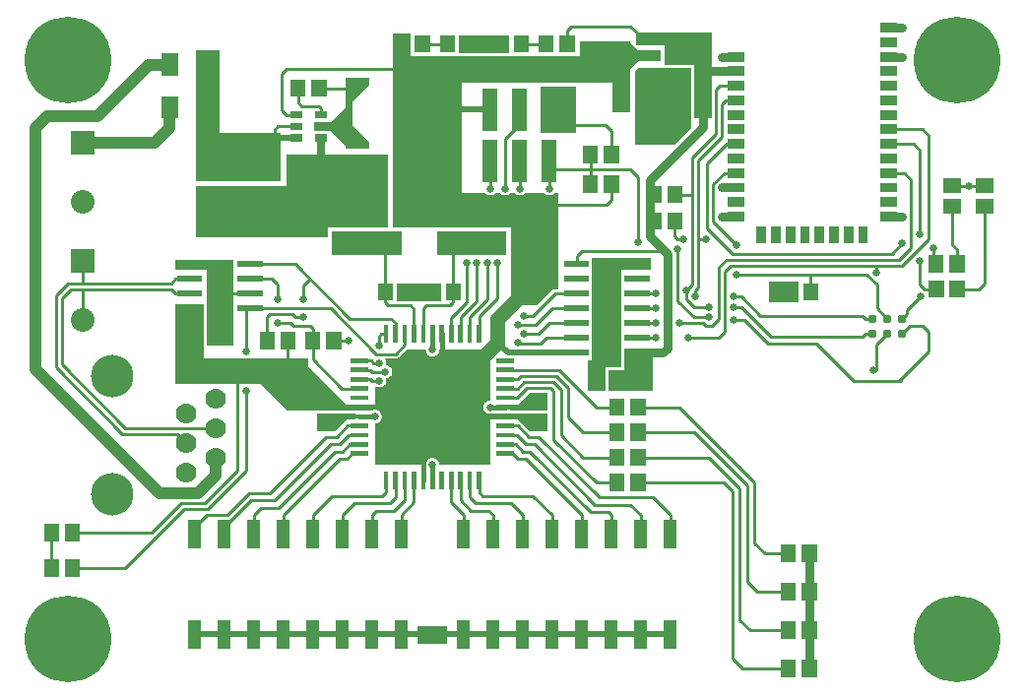
<source format=gbr>
G04 start of page 2 for group 0 idx 0 *
G04 Title: (unknown), top *
G04 Creator: pcb 4.0.2 *
G04 CreationDate: Sun Oct 16 03:55:39 2022 UTC *
G04 For: ndholmes *
G04 Format: Gerber/RS-274X *
G04 PCB-Dimensions (mil): 3350.00 2300.00 *
G04 PCB-Coordinate-Origin: lower left *
%MOIN*%
%FSLAX25Y25*%
%LNTOP*%
%ADD30C,0.0480*%
%ADD29C,0.1280*%
%ADD28C,0.1285*%
%ADD27C,0.0390*%
%ADD26C,0.0935*%
%ADD25C,0.0120*%
%ADD24C,0.0260*%
%ADD23C,0.0310*%
%ADD22C,0.0800*%
%ADD21C,0.0700*%
%ADD20C,0.1440*%
%ADD19C,0.2937*%
%ADD18C,0.0250*%
%ADD17C,0.0400*%
%ADD16C,0.0500*%
%ADD15C,0.0300*%
%ADD14C,0.0200*%
%ADD13C,0.0100*%
%ADD12C,0.0150*%
%ADD11C,0.0001*%
G54D11*G36*
X131621Y115000D02*X138193D01*
X138221Y114639D01*
X138306Y114287D01*
X138444Y113953D01*
X138634Y113644D01*
X138869Y113369D01*
X139144Y113134D01*
X139453Y112944D01*
X139787Y112806D01*
X140139Y112721D01*
X140500Y112693D01*
X140861Y112721D01*
X141213Y112806D01*
X141547Y112944D01*
X141856Y113134D01*
X142131Y113369D01*
X142366Y113644D01*
X142556Y113953D01*
X142694Y114287D01*
X142779Y114639D01*
X142800Y115000D01*
X160000D01*
Y97807D01*
X159639Y97779D01*
X159287Y97694D01*
X158953Y97556D01*
X158644Y97366D01*
X158369Y97131D01*
X158134Y96856D01*
X157944Y96547D01*
X157806Y96213D01*
X157721Y95861D01*
X157693Y95500D01*
X157721Y95139D01*
X157806Y94787D01*
X157944Y94453D01*
X158134Y94144D01*
X158369Y93869D01*
X158644Y93634D01*
X158953Y93444D01*
X159287Y93306D01*
X159639Y93221D01*
X160000Y93193D01*
Y76000D01*
X142800D01*
X142779Y76361D01*
X142694Y76713D01*
X142556Y77047D01*
X142366Y77356D01*
X142131Y77631D01*
X141856Y77866D01*
X141547Y78056D01*
X141213Y78194D01*
X140861Y78279D01*
X140500Y78307D01*
X140139Y78279D01*
X139787Y78194D01*
X139453Y78056D01*
X139144Y77866D01*
X138869Y77631D01*
X138634Y77356D01*
X138444Y77047D01*
X138306Y76713D01*
X138221Y76361D01*
X138193Y76000D01*
X121000D01*
Y90044D01*
X121361Y90072D01*
X121713Y90157D01*
X122047Y90296D01*
X122356Y90485D01*
X122631Y90720D01*
X122866Y90995D01*
X123056Y91304D01*
X123194Y91638D01*
X123279Y91990D01*
X123300Y92351D01*
X123279Y92712D01*
X123194Y93064D01*
X123056Y93399D01*
X122866Y93707D01*
X122631Y93983D01*
X122356Y94218D01*
X122047Y94407D01*
X121713Y94545D01*
X121361Y94630D01*
X121000Y94658D01*
Y102756D01*
X121144Y102634D01*
X121453Y102444D01*
X121787Y102306D01*
X122139Y102221D01*
X122500Y102193D01*
X122861Y102221D01*
X123213Y102306D01*
X123547Y102444D01*
X123856Y102634D01*
X124131Y102869D01*
X124366Y103144D01*
X124556Y103453D01*
X124694Y103787D01*
X124779Y104139D01*
X124800Y104500D01*
X124779Y104861D01*
X124695Y105208D01*
X124861Y105221D01*
X125213Y105306D01*
X125547Y105444D01*
X125856Y105634D01*
X126131Y105869D01*
X126366Y106144D01*
X126556Y106453D01*
X126694Y106787D01*
X126779Y107139D01*
X126800Y107500D01*
X126779Y107861D01*
X126694Y108213D01*
X126556Y108547D01*
X126366Y108856D01*
X126131Y109131D01*
X125856Y109366D01*
X125547Y109556D01*
X125213Y109694D01*
X124861Y109779D01*
X124695Y109792D01*
X124779Y110139D01*
X124800Y110500D01*
X124779Y110861D01*
X124694Y111213D01*
X124556Y111547D01*
X124366Y111856D01*
X124244Y112000D01*
X127941D01*
X128000Y111995D01*
X128235Y112014D01*
X128235Y112014D01*
X128465Y112069D01*
X128683Y112159D01*
X128884Y112283D01*
X129064Y112436D01*
X129102Y112481D01*
X131621Y115000D01*
G37*
G36*
X101500Y100500D02*X107500D01*
X111500Y96500D01*
X124500D01*
Y94500D01*
X121822D01*
X121713Y94545D01*
X121361Y94630D01*
X121000Y94658D01*
X120639Y94630D01*
X120287Y94545D01*
X120178Y94500D01*
X101500D01*
Y100500D01*
G37*
G36*
Y87500D02*Y93500D01*
X114495D01*
X114395Y93383D01*
X114251Y93148D01*
X114145Y92894D01*
X114081Y92626D01*
X114060Y92351D01*
X114081Y92077D01*
X114145Y91809D01*
X114251Y91554D01*
X114284Y91500D01*
X111500D01*
X107500Y87500D01*
X101500D01*
G37*
G36*
X179500D02*X173500D01*
X169500Y91500D01*
X156500D01*
Y93500D01*
X158862D01*
X158953Y93444D01*
X159287Y93306D01*
X159639Y93221D01*
X160000Y93193D01*
X160361Y93221D01*
X160713Y93306D01*
X161047Y93444D01*
X161138Y93500D01*
X179500D01*
Y87500D01*
G37*
G36*
Y100500D02*Y94500D01*
X166625D01*
X166749Y94703D01*
X166855Y94958D01*
X166919Y95225D01*
X166940Y95500D01*
X166919Y95775D01*
X166855Y96042D01*
X166749Y96297D01*
X166625Y96500D01*
X169500D01*
X173500Y100500D01*
X179500D01*
G37*
G36*
X135500Y21500D02*X145500D01*
Y15500D01*
X135500D01*
Y21500D01*
G37*
G36*
X128500Y137500D02*X143500D01*
Y131500D01*
X138559D01*
X138500Y131505D01*
X138441Y131500D01*
X133059D01*
X133000Y131505D01*
X132941Y131500D01*
X128500D01*
Y137500D01*
G37*
G36*
X194500Y146000D02*X204500D01*
Y109000D01*
X194500D01*
Y146000D01*
G37*
G36*
X199000Y101000D02*X193000D01*
Y111500D01*
X199000D01*
Y101000D01*
G37*
G36*
X194500Y146000D02*X214500D01*
Y142000D01*
X194500D01*
Y146000D01*
G37*
G36*
X205500Y115500D02*X215000D01*
Y101000D01*
X205500D01*
Y115500D01*
G37*
G36*
X215000Y101000D02*X200000D01*
Y108000D01*
X215000D01*
Y101000D01*
G37*
G36*
X166500Y215500D02*X149500D01*
Y221500D01*
X166500D01*
Y215500D01*
G37*
G36*
X127000Y222000D02*X133000D01*
Y207848D01*
X127000Y207841D01*
Y222000D01*
G37*
G36*
Y207841D02*Y214500D01*
X195000D01*
Y205500D01*
X135846D01*
X135841Y207007D01*
X135804Y207160D01*
X135744Y207305D01*
X135662Y207440D01*
X135559Y207559D01*
X135440Y207662D01*
X135305Y207744D01*
X135160Y207804D01*
X135007Y207841D01*
X134850Y207850D01*
X127000Y207841D01*
G37*
G36*
Y210000D02*X145500D01*
Y163000D01*
X127000D01*
Y210000D01*
G37*
G36*
Y171000D02*X146500D01*
Y156500D01*
X127000D01*
Y171000D01*
G37*
G36*
X63000Y116500D02*X53500D01*
Y130500D01*
X63000D01*
Y116500D01*
G37*
G36*
X53500Y124500D02*X63000D01*
Y103500D01*
X53500D01*
Y124500D01*
G37*
G36*
X64000Y116500D02*Y145500D01*
X73000D01*
Y116500D01*
X64000D01*
G37*
G36*
X60500Y216500D02*X68500D01*
Y174500D01*
X60500D01*
Y216500D01*
G37*
G36*
X73000Y145500D02*Y142000D01*
X53500D01*
Y145500D01*
X73000D01*
G37*
G36*
X60500Y172000D02*Y188500D01*
X89000D01*
Y172000D01*
X60500D01*
G37*
G36*
X125500Y162000D02*X91000D01*
Y181000D01*
X125500D01*
Y162000D01*
G37*
G36*
X100500Y192000D02*X106000D01*
X111500Y197500D01*
X113000D01*
Y183500D01*
X111500D01*
X106000Y189000D01*
X100500D01*
Y192000D01*
G37*
G36*
X60500Y153000D02*Y170500D01*
X125500D01*
Y156500D01*
X105000D01*
Y153000D01*
X60500D01*
G37*
G36*
X91500Y94500D02*Y100500D01*
X106000D01*
Y94500D01*
X91500D01*
G37*
G36*
X107500Y100500D02*Y98000D01*
X96000D01*
Y109500D01*
X98500D01*
X107500Y100500D01*
G37*
G36*
X93000Y94500D02*X91500D01*
X82500Y103500D01*
Y105500D01*
X93000D01*
Y94500D01*
G37*
G36*
X53500Y103500D02*Y112000D01*
X98457D01*
Y111602D01*
X98452Y111543D01*
X98471Y111308D01*
X98500Y111186D01*
Y103500D01*
X53500D01*
G37*
G36*
X98500Y111186D02*Y94500D01*
X91500D01*
Y112000D01*
X98457D01*
Y111602D01*
X98452Y111543D01*
X98471Y111308D01*
X98500Y111186D01*
G37*
G36*
X190500Y205500D02*Y219500D01*
X207500D01*
Y217384D01*
X202127Y217381D01*
X201974Y217344D01*
X201829Y217284D01*
X201694Y217202D01*
X201575Y217099D01*
X201472Y216980D01*
X201390Y216845D01*
X201330Y216700D01*
X201293Y216547D01*
X201284Y216390D01*
X201293Y212453D01*
X201330Y212300D01*
X201390Y212155D01*
X201472Y212020D01*
X201575Y211901D01*
X201694Y211798D01*
X201829Y211716D01*
X201974Y211656D01*
X202127Y211619D01*
X202284Y211610D01*
X207500Y211613D01*
Y205500D01*
X190500D01*
G37*
G36*
X207500Y195500D02*X201500D01*
Y208500D01*
X207500D01*
Y195500D01*
G37*
G36*
X177000Y204000D02*X189000D01*
Y188500D01*
X177000D01*
Y204000D01*
G37*
G36*
X142000Y174000D02*X150500D01*
Y156500D01*
X142000D01*
Y174000D01*
G37*
G36*
X136000Y207500D02*X150500D01*
Y171000D01*
X136000D01*
Y207500D01*
G37*
G36*
X142000Y156500D02*Y168000D01*
X158256D01*
X158369Y167869D01*
X158644Y167634D01*
X158953Y167444D01*
X159287Y167306D01*
X159639Y167221D01*
X160000Y167193D01*
X160361Y167221D01*
X160713Y167306D01*
X161047Y167444D01*
X161356Y167634D01*
X161631Y167869D01*
X161744Y168000D01*
X163256D01*
X163369Y167869D01*
X163644Y167634D01*
X163953Y167444D01*
X164287Y167306D01*
X164639Y167221D01*
X165000Y167193D01*
X165361Y167221D01*
X165713Y167306D01*
X166047Y167444D01*
X166356Y167634D01*
X166631Y167869D01*
X166744Y168000D01*
X168256D01*
X168369Y167869D01*
X168644Y167634D01*
X168953Y167444D01*
X169287Y167306D01*
X169639Y167221D01*
X170000Y167193D01*
X170361Y167221D01*
X170713Y167306D01*
X171047Y167444D01*
X171356Y167634D01*
X171631Y167869D01*
X171744Y168000D01*
X178256D01*
X178369Y167869D01*
X178644Y167634D01*
X178953Y167444D01*
X179287Y167306D01*
X179639Y167221D01*
X180000Y167193D01*
X180361Y167221D01*
X180713Y167306D01*
X181047Y167444D01*
X181356Y167634D01*
X181631Y167869D01*
X181744Y168000D01*
X183000D01*
Y156500D01*
X142000D01*
G37*
G36*
X183000Y168000D02*Y135500D01*
X182059D01*
X182000Y135505D01*
X181765Y135486D01*
X181535Y135431D01*
X181317Y135341D01*
X181116Y135217D01*
X181115Y135217D01*
X180936Y135064D01*
X180898Y135019D01*
X175879Y130000D01*
X167000D01*
Y168000D01*
X168256D01*
X168369Y167869D01*
X168644Y167634D01*
X168953Y167444D01*
X169287Y167306D01*
X169639Y167221D01*
X170000Y167193D01*
X170361Y167221D01*
X170713Y167306D01*
X171047Y167444D01*
X171356Y167634D01*
X171631Y167869D01*
X171744Y168000D01*
X178256D01*
X178369Y167869D01*
X178644Y167634D01*
X178953Y167444D01*
X179287Y167306D01*
X179639Y167221D01*
X180000Y167193D01*
X180361Y167221D01*
X180713Y167306D01*
X181047Y167444D01*
X181356Y167634D01*
X181631Y167869D01*
X181744Y168000D01*
X183000D01*
G37*
G36*
X209500Y222500D02*X235000D01*
Y218000D01*
X209500D01*
Y222500D01*
G37*
G36*
X219000D02*X235000D01*
Y211500D01*
X219000D01*
Y222500D01*
G37*
G36*
X229000D02*X235000D01*
Y203059D01*
X234995Y203000D01*
X235000Y202941D01*
Y193500D01*
X229000D01*
Y222500D01*
G37*
G36*
X228000Y210500D02*Y190036D01*
X222464Y184500D01*
X209000D01*
Y209500D01*
X210000Y210500D01*
X228000D01*
G37*
G36*
X254500Y138000D02*X264500D01*
Y131000D01*
X254500D01*
Y138000D01*
G37*
G54D12*X137350Y70815D02*Y81500D01*
X140500Y76000D02*Y70815D01*
G54D13*X146799D02*Y63200D01*
X153098Y70815D02*Y64901D01*
X154999Y63000D01*
X149948Y70815D02*Y64051D01*
X156247Y70815D02*Y66752D01*
X157499Y65500D01*
X146799Y63200D02*X150999Y59000D01*
X153499Y60500D02*X159499D01*
X149948Y64051D02*X153499Y60500D01*
X150999Y59000D02*Y52450D01*
X160999Y59000D02*Y52450D01*
X170999Y59000D02*Y52450D01*
X159499Y60500D02*X160999Y59000D01*
X154999Y63000D02*X166999D01*
X170999Y59000D01*
X157499Y65500D02*X174499D01*
X180999Y59000D01*
X172000Y78000D02*X191000Y59000D01*
X173500Y80500D02*X194000Y60000D01*
X175000Y83000D02*X195500Y62500D01*
X180999Y59000D02*Y52450D01*
X191000Y59000D02*Y52450D01*
G54D14*X143000Y18550D02*X221000D01*
G54D13*X194000Y60000D02*X200000D01*
X201000Y59000D01*
Y52450D01*
X195500Y62500D02*X207500D01*
X211000Y59000D01*
Y52450D01*
X176500Y85500D02*X197000Y65000D01*
X181500Y84500D02*X196000Y70000D01*
X202957D01*
X184000Y86000D02*X191500Y78500D01*
X202957D01*
X191500Y87000D02*X202957D01*
X169300Y89200D02*X173000Y85500D01*
X176500D01*
X181500Y101000D02*Y84500D01*
X184000Y86000D02*Y101500D01*
X168949Y86051D02*X172000Y83000D01*
X168599Y82901D02*X171000Y80500D01*
X167748Y79752D02*X169500Y78000D01*
X172000D02*X169500D01*
X171000Y80500D02*X173500D01*
X172000Y83000D02*X175000D01*
G54D12*X160000Y95500D02*X165185D01*
G54D13*Y89200D02*X169300D01*
X165185Y86051D02*X168949D01*
X165185Y82901D02*X168599D01*
X165185Y79752D02*X167748D01*
X186500Y102000D02*Y92000D01*
X191500Y87000D01*
X197000Y65000D02*X215000D01*
X221000Y59000D01*
Y52450D01*
X239000Y70000D02*X210043D01*
X234000Y78500D02*X210043D01*
X247000Y69000D02*X229000Y87000D01*
X249500Y70000D02*X224000Y95500D01*
X229000Y87000D02*X210043D01*
X224000Y95500D02*X210043D01*
X196098D02*X202957D01*
X242000Y10500D02*Y67000D01*
X262457Y33000D02*X250500D01*
X247000Y36500D01*
X262457Y46000D02*X253000D01*
X249500Y49500D01*
X262457Y7000D02*X245500D01*
X242000Y10500D01*
X262457Y20000D02*X248000D01*
X244500Y23500D01*
G54D15*X268000Y7000D02*Y46000D01*
G54D13*X244500Y23500D02*Y68000D01*
X247000Y36500D02*Y69000D01*
X249500Y49500D02*Y70000D01*
X242000Y67000D02*X239000Y70000D01*
X244500Y68000D02*X234000Y78500D01*
X137043Y218500D02*X145457D01*
X170543D02*X178957D01*
X186043D02*Y223043D01*
X187500Y224500D01*
G54D15*X294799Y223988D02*X299500D01*
X294799Y214146D02*X299500D01*
G54D13*X187500Y224500D02*X207500D01*
X199000Y191000D02*X184500D01*
G54D14*X160000Y196500D02*X147500D01*
G54D13*X160000Y169500D02*Y178760D01*
X165000Y169500D02*Y186500D01*
X170000Y191500D01*
X199500Y164000D02*X179000D01*
X193957Y181000D02*Y171000D01*
X201043Y181000D02*Y188957D01*
X199000Y191000D01*
X201043Y171000D02*Y165543D01*
X199500Y164000D01*
X207500Y224500D02*X211000Y221000D01*
G54D15*X243201Y209224D02*X232000D01*
G54D13*X238500Y198000D02*X239882Y199382D01*
X243201D01*
Y204303D02*X237803D01*
X236500Y203000D01*
G54D15*X243201Y214146D02*X238500D01*
X232000Y190500D02*Y201500D01*
G54D13*X236500Y203000D02*Y188000D01*
X243201Y184618D02*X240118D01*
X238500Y198000D02*Y187000D01*
X240118Y184618D02*X233500Y178000D01*
G54D15*X232000Y190500D02*X214000Y172500D01*
G54D13*X238500Y187000D02*X230500Y179000D01*
X236500Y188000D02*X228500Y180000D01*
X222543Y167500D02*X228500D01*
X207543Y175957D02*X210000Y173500D01*
X170000Y169500D02*Y178760D01*
X180000Y169500D02*Y178760D01*
Y175957D02*X207543D01*
X165185Y98649D02*X169149D01*
X172500Y102000D01*
X165185Y101799D02*X169299D01*
X171500Y104000D01*
X165185Y104948D02*X169448D01*
X170500Y106000D01*
X165185Y108098D02*X183500D01*
X171500Y104000D02*X181500D01*
X170500Y106000D02*X182500D01*
X172500Y102000D02*X180500D01*
X181500Y101000D01*
X184000Y101500D02*X181500Y104000D01*
X124457Y131043D02*Y151000D01*
X125500Y130000D02*X124457Y131043D01*
X133000Y130000D02*X125500D01*
X134201Y128799D02*X133000Y130000D01*
X126500Y125500D02*X127902Y124098D01*
Y120185D01*
X137351Y128851D02*X138500Y130000D01*
X134201Y120185D02*Y128799D01*
X137351Y120185D02*Y128851D01*
X146800Y120185D02*Y125800D01*
X152000Y131000D01*
X149949Y120185D02*Y125949D01*
X155500Y131500D01*
X153099Y120185D02*Y126099D01*
X159000Y132000D01*
X156248Y120185D02*Y126248D01*
X162500Y132500D01*
G54D16*X171000Y134000D02*X162500Y125500D01*
Y117500D01*
X156500Y111500D01*
G54D14*X166000Y114000D02*X162500Y117500D01*
G54D13*X147543Y131043D02*Y151000D01*
X146500Y130000D02*X147543Y131043D01*
X138500Y130000D02*X146500D01*
X152000Y131000D02*Y144500D01*
X155500Y131500D02*Y144500D01*
X159000Y132000D02*Y144500D01*
X162500Y132500D02*Y144500D01*
X189250Y144000D02*Y146750D01*
X191000Y148500D01*
X220000D01*
X186500Y102000D02*X182500Y106000D01*
X183500Y108098D02*X196098Y95500D01*
G54D14*X189250Y114000D02*X166000D01*
G54D13*X169000Y117000D02*X177000D01*
X179000Y119000D01*
X171500Y120500D02*X176500D01*
X169500Y123500D02*X175500D01*
X179000Y119000D02*X189250D01*
X176500Y120500D02*X180000Y124000D01*
X189250D01*
X175500Y123500D02*X181000Y129000D01*
X171500Y126500D02*X174500D01*
X182000Y134000D01*
X181000Y129000D02*X189250D01*
X182000Y134000D02*X189250D01*
X216000D02*X209750D01*
X216000Y129000D02*X209750D01*
X216000Y124000D02*X209750D01*
X216000Y119000D02*X209750D01*
G54D15*X220000Y115500D02*Y147500D01*
X214000Y153500D01*
G54D13*X225500Y152500D02*X223500D01*
X233000D02*X230500D01*
X233000Y123000D02*X232000Y124000D01*
X224000D01*
X239500Y121000D02*Y141500D01*
X230500Y136000D02*X229500Y135000D01*
Y133000D01*
X226500Y132000D02*X229000Y129500D01*
X234000D01*
X237500Y143000D02*Y125500D01*
G54D15*X220000Y115500D02*X218500Y114000D01*
X209750D01*
G54D13*X227000Y119000D02*X237500D01*
X239500Y121000D01*
X237500Y125500D02*X235000Y123000D01*
X233000D01*
X294799Y174776D02*X300224D01*
X302500Y172500D01*
X305500Y182500D02*Y154000D01*
X303382Y184618D02*X305500Y182500D01*
X308500Y152500D02*Y187500D01*
X310000Y149500D02*Y144000D01*
X305500Y145000D02*Y137000D01*
X307000Y135500D01*
X311000D01*
X294799Y189539D02*X306461D01*
X308500Y187500D01*
X327500Y170500D02*X316500D01*
X294799Y184618D02*X303382D01*
X327500Y163457D02*Y137500D01*
X325500Y135500D01*
X318086D01*
X316500Y163457D02*Y150500D01*
X318000Y149000D01*
Y144000D01*
X298500Y145500D02*X302500Y149500D01*
X299500Y143500D02*X308500Y152500D01*
G54D15*X294799Y160012D02*X299500D01*
G54D13*X302500Y172500D02*Y149500D01*
X296000Y147500D02*X299500Y151000D01*
X302000Y123000D02*X306500D01*
X308500Y121000D01*
Y114500D01*
X298500Y104500D01*
X299500Y120500D02*X302000Y123000D01*
X299500Y125500D02*X301100Y127100D01*
X290800Y116800D02*X294500Y120500D01*
X235500Y171000D02*Y158500D01*
X233500Y178000D02*Y156000D01*
G54D15*X214000Y153500D02*Y172500D01*
G54D13*X210000Y173500D02*Y151500D01*
G54D15*X243201Y169854D02*X238500D01*
G54D13*X243201Y174776D02*X239276D01*
X235500Y171000D01*
X289500Y125500D02*X287000D01*
X286000Y126500D01*
X289500Y120500D02*X287000D01*
X286000Y119500D01*
X283000Y104500D02*X270500Y117000D01*
X290800Y108000D02*Y116800D01*
X299000Y104500D02*X283500D01*
X286000Y119500D02*X255000D01*
X270500Y117000D02*X254000D01*
X298500Y145500D02*X240000D01*
X299500Y143500D02*X241500D01*
X287500Y140500D02*X243500D01*
X290800Y141000D02*Y143500D01*
X242000Y147500D02*X296000D01*
X294500Y125500D02*X291000Y129000D01*
Y137000D01*
X287500Y140500D01*
X286000Y126500D02*X251500D01*
X268543Y134500D02*Y140500D01*
X301100Y127100D02*Y128400D01*
X305700Y133000D01*
X242500D02*X245000D01*
X251500Y126500D01*
X255000Y119500D02*X245000Y129500D01*
X242500D01*
X254000Y117000D02*X246000Y125000D01*
X242500D01*
X228500Y180000D02*Y137000D01*
X226500Y132000D02*Y135000D01*
X228500Y137000D02*X226500Y135000D01*
X239500Y141500D02*X241500Y143500D01*
X223500Y152500D02*X222500Y153500D01*
Y158500D01*
X223500Y149000D02*Y131500D01*
X229000Y126000D01*
X234000D01*
G54D15*X243201Y160012D02*X238500D01*
G54D13*X237500Y143000D02*X240000Y145500D01*
X233500Y156000D02*X242000Y147500D01*
X243500Y150500D02*X235500Y158500D01*
X230500Y179000D02*Y136000D01*
X134200Y70815D02*Y63200D01*
X130000Y59000D01*
X131051Y70815D02*Y64051D01*
X127901Y64901D02*X126000Y63000D01*
X127901Y70815D02*Y64901D01*
X131051Y64051D02*X127500Y60500D01*
X124752Y70815D02*Y66752D01*
X123500Y65500D01*
X130000Y59000D02*Y52450D01*
X127500Y60500D02*X121500D01*
X120000Y59000D01*
Y52450D01*
X114000Y63000D02*X110000Y59000D01*
Y52450D01*
X123500Y65500D02*X106500D01*
X126000Y63000D02*X114000D01*
X82500Y61500D02*X88500D01*
X82500D02*X80000Y59000D01*
X106500Y65500D02*X100000Y59000D01*
X109000Y78000D02*X90000Y59000D01*
X109000Y78000D02*X111500D01*
X107500Y80500D02*X88500Y61500D01*
X100000Y59000D02*Y52450D01*
X90000Y59000D02*Y52450D01*
X80000Y59000D02*Y52450D01*
X106000Y83000D02*X87000Y64000D01*
X104500Y85500D02*X85500Y66500D01*
X63500Y63000D02*X74500Y74000D01*
X64500Y61000D02*X77500Y74000D01*
G54D14*X60000Y18550D02*X138000D01*
G54D13*X87000Y64000D02*X79000D01*
X70000Y55000D01*
X64000Y59000D02*X71000D01*
X78500Y66500D01*
X85500D01*
X60000Y55000D02*X64000Y59000D01*
X45500Y53000D02*X55500Y63000D01*
X63500D01*
X36500Y41000D02*X56500Y61000D01*
X64500D01*
G54D17*X67000Y78500D02*Y72500D01*
X61000Y66500D01*
X48000D01*
X6000Y108500D01*
G54D13*X36500Y88500D02*X15000Y110000D01*
X13000Y109000D02*X35500Y86500D01*
X67000Y88500D02*X36500D01*
X35500Y86500D02*X54000D01*
X57000Y83500D01*
X11457Y53000D02*Y41000D01*
X36500D02*X18543D01*
X45500Y53000D02*X18543D01*
G54D17*X6000Y108500D02*Y185000D01*
G54D13*X58250Y139000D02*X53500D01*
X52000Y137500D01*
X58250Y134000D02*X53500D01*
X52000Y135500D01*
X18000D01*
X52000Y137500D02*X17000D01*
X22000D02*Y145000D01*
Y135500D02*Y125000D01*
X18000Y135500D02*X15000Y132500D01*
X17000Y137500D02*X13000Y133500D01*
X15000Y132500D02*Y110000D01*
X13000Y133500D02*Y109000D01*
X78750Y134000D02*X68500D01*
G54D17*X6000Y185000D02*Y190000D01*
X10000Y194000D01*
X27000D01*
X22000Y185000D02*X46500D01*
X51500Y190000D01*
Y197000D01*
X27000Y194000D02*X44500Y211500D01*
X51500D01*
G54D12*X143650Y120185D02*Y109500D01*
X140500Y120185D02*Y115000D01*
X115815Y92351D02*X121000D01*
G54D13*X111700Y89200D02*X115815D01*
X111700D02*X108000Y85500D01*
X112051Y86051D02*X115815D01*
X112051D02*X109000Y83000D01*
X112401Y82901D02*X115815D01*
X112401D02*X110000Y80500D01*
X107500D02*X110000D01*
X106000Y83000D02*X109000D01*
X104500Y85500D02*X108000D01*
X115815Y101800D02*X109700D01*
X113252Y79752D02*X111500Y78000D01*
X121500Y113500D02*X106000Y129000D01*
X112000Y118000D02*X107043D01*
X94000Y144000D02*X112500Y125500D01*
X93500Y123000D02*X99000D01*
X99957Y122043D01*
X113252Y79752D02*X115815D01*
Y111248D02*X119752D01*
X115815Y108099D02*X119401D01*
X120000Y107500D01*
X119752Y111248D02*X120500Y110500D01*
X112500Y125500D02*X126500D01*
X123185Y120185D02*X124752D01*
X120500Y110500D02*X122500D01*
X120000Y107500D02*X124500D01*
X115815Y104949D02*X119551D01*
X120000Y104500D01*
X122500D01*
X131052Y120185D02*Y116552D01*
X128000Y113500D01*
X121500D01*
X122500Y116500D02*Y119500D01*
X123185Y120185D01*
G54D18*X102700Y186200D02*Y165000D01*
G54D13*X94957Y203000D02*Y198543D01*
X96000Y197500D01*
X102000D01*
X102700Y196800D01*
Y194500D01*
X94500D02*X91000D01*
Y210000D02*X132000D01*
G54D14*X94500Y186700D02*X84000D01*
G54D13*X94500Y190600D02*X88100D01*
X87000Y189500D01*
Y186700D01*
X102043Y203500D02*X113450D01*
X91000Y194500D02*X89500Y196000D01*
Y208500D01*
X91000Y210000D01*
X94000Y144000D02*X78750D01*
Y139000D02*X86000D01*
X88000Y137000D01*
Y132000D01*
X96575D02*Y136575D01*
X99000Y139000D01*
X74500Y74000D02*Y107500D01*
X77500Y74000D02*Y101000D01*
X106000Y129000D02*X78750D01*
X96575Y126000D02*X94000D01*
X93000Y127000D01*
X85500D01*
X77500Y114500D02*Y129000D01*
X85500Y127000D02*X84457Y125957D01*
Y118000D01*
X91543D02*Y109000D01*
X88000Y124000D02*X92500D01*
X93500Y123000D01*
X99957Y122043D02*Y111543D01*
X109700Y101800D02*X99957Y111543D01*
G54D19*X318000Y213000D03*
Y17000D03*
G54D20*X32000Y106000D03*
G54D21*X67000Y98500D03*
X57000Y93500D03*
X67000Y88500D03*
X57000Y83500D03*
X67000Y78500D03*
X57000Y73500D03*
G54D20*X32000Y66000D03*
G54D19*X17000Y17000D03*
Y213000D03*
G54D11*G36*
X18000Y149000D02*Y141000D01*
X26000D01*
Y149000D01*
X18000D01*
G37*
G54D22*X22000Y125000D03*
G54D11*G36*
X18000Y189000D02*Y181000D01*
X26000D01*
Y189000D01*
X18000D01*
G37*
G54D22*X22000Y165000D03*
G54D11*G36*
X54000Y145000D02*Y143000D01*
X62500D01*
Y145000D01*
X54000D01*
G37*
G36*
Y140000D02*Y138000D01*
X62500D01*
Y140000D01*
X54000D01*
G37*
G36*
Y135000D02*Y133000D01*
X62500D01*
Y135000D01*
X54000D01*
G37*
G36*
X74500Y130000D02*Y128000D01*
X83000D01*
Y130000D01*
X74500D01*
G37*
G36*
Y135000D02*Y133000D01*
X83000D01*
Y135000D01*
X74500D01*
G37*
G36*
Y140000D02*Y138000D01*
X83000D01*
Y140000D01*
X74500D01*
G37*
G36*
Y145000D02*Y143000D01*
X83000D01*
Y145000D01*
X74500D01*
G37*
G36*
X54000Y130000D02*Y128000D01*
X62500D01*
Y130000D01*
X54000D01*
G37*
G36*
X62516Y122952D02*X57398D01*
Y117048D01*
X62516D01*
Y122952D01*
G37*
G36*
X109602Y120952D02*X104484D01*
Y115048D01*
X109602D01*
Y120952D01*
G37*
G36*
X102516D02*X97398D01*
Y115048D01*
X102516D01*
Y120952D01*
G37*
G36*
X87016D02*X81898D01*
Y115048D01*
X87016D01*
Y120952D01*
G37*
G36*
X94102D02*X88984D01*
Y115048D01*
X94102D01*
Y120952D01*
G37*
G36*
X69602Y122952D02*X64484D01*
Y117048D01*
X69602D01*
Y122952D01*
G37*
G36*
X67650Y166457D02*X61350D01*
Y153858D01*
X67650D01*
Y166457D01*
G37*
G36*
X106472Y154937D02*Y147063D01*
X130094D01*
Y154937D01*
X106472D01*
G37*
G36*
X141906D02*Y147063D01*
X165528D01*
Y154937D01*
X141906D01*
G37*
G36*
X150102Y137452D02*X144984D01*
Y131548D01*
X150102D01*
Y137452D01*
G37*
G36*
X143016D02*X137898D01*
Y131548D01*
X143016D01*
Y137452D01*
G37*
G36*
X127016D02*X121898D01*
Y131548D01*
X127016D01*
Y137452D01*
G37*
G36*
X134102D02*X128984D01*
Y131548D01*
X134102D01*
Y137452D01*
G37*
G36*
X205500Y130000D02*Y128000D01*
X214000D01*
Y130000D01*
X205500D01*
G37*
G36*
Y135000D02*Y133000D01*
X214000D01*
Y135000D01*
X205500D01*
G37*
G36*
Y140000D02*Y138000D01*
X214000D01*
Y140000D01*
X205500D01*
G37*
G36*
Y145000D02*Y143000D01*
X214000D01*
Y145000D01*
X205500D01*
G37*
G36*
X225102Y161452D02*X219984D01*
Y155548D01*
X225102D01*
Y161452D01*
G37*
G36*
X218016D02*X212898D01*
Y155548D01*
X218016D01*
Y161452D01*
G37*
G36*
X185000Y145000D02*Y143000D01*
X193500D01*
Y145000D01*
X185000D01*
G37*
G36*
Y140000D02*Y138000D01*
X193500D01*
Y140000D01*
X185000D01*
G37*
G36*
Y135000D02*Y133000D01*
X193500D01*
Y135000D01*
X185000D01*
G37*
G54D23*X289500Y120500D03*
Y125500D03*
X294500Y120500D03*
Y125500D03*
X299500Y120500D03*
Y125500D03*
G54D11*G36*
X264016Y137452D02*X258898D01*
Y131548D01*
X264016D01*
Y137452D01*
G37*
G36*
X271102D02*X265984D01*
Y131548D01*
X271102D01*
Y137452D01*
G37*
G36*
X320645Y138452D02*X315527D01*
Y132548D01*
X320645D01*
Y138452D01*
G37*
G36*
X313559D02*X308441D01*
Y132548D01*
X313559D01*
Y138452D01*
G37*
G36*
X320602Y146952D02*X315484D01*
Y141048D01*
X320602D01*
Y146952D01*
G37*
G36*
X313516D02*X308398D01*
Y141048D01*
X313516D01*
Y146952D01*
G37*
G36*
X185000Y130000D02*Y128000D01*
X193500D01*
Y130000D01*
X185000D01*
G37*
G36*
X205500Y115000D02*Y113000D01*
X214000D01*
Y115000D01*
X205500D01*
G37*
G36*
Y120000D02*Y118000D01*
X214000D01*
Y120000D01*
X205500D01*
G37*
G36*
Y125000D02*Y123000D01*
X214000D01*
Y125000D01*
X205500D01*
G37*
G36*
X185000D02*Y123000D01*
X193500D01*
Y125000D01*
X185000D01*
G37*
G36*
Y120000D02*Y118000D01*
X193500D01*
Y120000D01*
X185000D01*
G37*
G36*
Y115000D02*Y113000D01*
X193500D01*
Y115000D01*
X185000D01*
G37*
G36*
X205602Y107452D02*X200484D01*
Y101548D01*
X205602D01*
Y107452D01*
G37*
G36*
X198516D02*X193398D01*
Y101548D01*
X198516D01*
Y107452D01*
G37*
G36*
X212602Y98452D02*X207484D01*
Y92548D01*
X212602D01*
Y98452D01*
G37*
G36*
X205516D02*X200398D01*
Y92548D01*
X205516D01*
Y98452D01*
G37*
G36*
X212602Y89952D02*X207484D01*
Y84048D01*
X212602D01*
Y89952D01*
G37*
G36*
X205516D02*X200398D01*
Y84048D01*
X205516D01*
Y89952D01*
G37*
G36*
X212602Y81452D02*X207484D01*
Y75548D01*
X212602D01*
Y81452D01*
G37*
G36*
X205516D02*X200398D01*
Y75548D01*
X205516D01*
Y81452D01*
G37*
G36*
X212602Y72952D02*X207484D01*
Y67048D01*
X212602D01*
Y72952D01*
G37*
G36*
X205516D02*X200398D01*
Y67048D01*
X205516D01*
Y72952D01*
G37*
G36*
X207016Y201952D02*X201898D01*
Y196048D01*
X207016D01*
Y201952D01*
G37*
G36*
X214102D02*X208984D01*
Y196048D01*
X214102D01*
Y201952D01*
G37*
G36*
X181516Y221452D02*X176398D01*
Y215548D01*
X181516D01*
Y221452D01*
G37*
G36*
X188602D02*X183484D01*
Y215548D01*
X188602D01*
Y221452D01*
G37*
G36*
X166016D02*X160898D01*
Y215548D01*
X166016D01*
Y221452D01*
G37*
G36*
X173102D02*X167984D01*
Y215548D01*
X173102D01*
Y221452D01*
G37*
G36*
X210000Y210484D02*Y206704D01*
X217874D01*
Y210484D01*
X210000D01*
G37*
G36*
X202284Y216390D02*Y212610D01*
X217874D01*
Y216390D01*
X202284D01*
G37*
G36*
X195825Y219225D02*Y209775D01*
X207165D01*
Y219225D01*
X195825D01*
G37*
G36*
X210005Y212615D02*X208585Y214035D01*
X205745Y211195D01*
X207165Y209775D01*
X210005Y212615D01*
G37*
G36*
X207165Y219225D02*X205745Y217805D01*
X208585Y214965D01*
X210005Y216385D01*
X207165Y219225D01*
G37*
G36*
X210000Y222296D02*Y218516D01*
X217874D01*
Y222296D01*
X210000D01*
G37*
G36*
X227516Y209952D02*X222398D01*
Y204048D01*
X227516D01*
Y209952D01*
G37*
G36*
Y199952D02*X222398D01*
Y194048D01*
X227516D01*
Y199952D01*
G37*
G36*
X139602Y221452D02*X134484D01*
Y215548D01*
X139602D01*
Y221452D01*
G37*
G36*
X132516D02*X127398D01*
Y215548D01*
X132516D01*
Y221452D01*
G37*
G36*
X155102D02*X149984D01*
Y215548D01*
X155102D01*
Y221452D01*
G37*
G36*
X148016D02*X142898D01*
Y215548D01*
X148016D01*
Y221452D01*
G37*
G36*
X162500Y186004D02*X157500D01*
Y171516D01*
X162500D01*
Y186004D01*
G37*
G36*
Y203484D02*X157500D01*
Y188996D01*
X162500D01*
Y203484D01*
G37*
G36*
X172500Y186004D02*X167500D01*
Y171516D01*
X172500D01*
Y186004D01*
G37*
G36*
Y203484D02*X167500D01*
Y188996D01*
X172500D01*
Y203484D01*
G37*
G36*
X182500Y186004D02*X177500D01*
Y171516D01*
X182500D01*
Y186004D01*
G37*
G36*
Y203484D02*X177500D01*
Y188996D01*
X182500D01*
Y203484D01*
G37*
G36*
X196516Y183952D02*X191398D01*
Y178048D01*
X196516D01*
Y183952D01*
G37*
G36*
X203602D02*X198484D01*
Y178048D01*
X203602D01*
Y183952D01*
G37*
G36*
X196516Y173952D02*X191398D01*
Y168048D01*
X196516D01*
Y173952D01*
G37*
G36*
X203602D02*X198484D01*
Y168048D01*
X203602D01*
Y173952D01*
G37*
G36*
X134850Y206850D02*X132550D01*
Y183150D01*
X134850D01*
Y206850D01*
G37*
G36*
X126950D02*Y204550D01*
X134850D01*
Y206850D01*
X126950D01*
G37*
G36*
X134671Y188923D02*X132550Y191044D01*
X126956Y185450D01*
X129077Y183329D01*
X134671Y188923D01*
G37*
G36*
X129077Y206671D02*X126956Y204550D01*
X132550Y198956D01*
X134671Y201077D01*
X129077Y206671D01*
G37*
G36*
X130550Y187450D02*Y183450D01*
X134550D01*
Y187450D01*
X130550D01*
G37*
G36*
Y206550D02*Y202550D01*
X134550D01*
Y206550D01*
X130550D01*
G37*
G36*
X126950Y185450D02*Y183150D01*
X134850D01*
Y185450D01*
X126950D01*
G37*
G36*
X132102Y178452D02*X126984D01*
Y172548D01*
X132102D01*
Y178452D01*
G37*
G36*
Y169452D02*X126984D01*
Y163548D01*
X132102D01*
Y169452D01*
G37*
G36*
X240350Y215796D02*Y212496D01*
X246052D01*
Y215796D01*
X240350D01*
G37*
G36*
Y210874D02*Y207574D01*
X246052D01*
Y210874D01*
X240350D01*
G37*
G36*
Y205953D02*Y202653D01*
X246052D01*
Y205953D01*
X240350D01*
G37*
G36*
Y201032D02*Y197732D01*
X246052D01*
Y201032D01*
X240350D01*
G37*
G36*
Y196111D02*Y192811D01*
X246052D01*
Y196111D01*
X240350D01*
G37*
G36*
Y191189D02*Y187889D01*
X246052D01*
Y191189D01*
X240350D01*
G37*
G36*
Y186268D02*Y182968D01*
X246052D01*
Y186268D01*
X240350D01*
G37*
G36*
X234602Y209952D02*X229484D01*
Y204048D01*
X234602D01*
Y209952D01*
G37*
G36*
Y199952D02*X229484D01*
Y194048D01*
X234602D01*
Y199952D01*
G37*
G36*
X240350Y181347D02*Y178047D01*
X246052D01*
Y181347D01*
X240350D01*
G37*
G36*
Y176426D02*Y173126D01*
X246052D01*
Y176426D01*
X240350D01*
G37*
G36*
Y171504D02*Y168204D01*
X246052D01*
Y171504D01*
X240350D01*
G37*
G36*
Y166583D02*Y163283D01*
X246052D01*
Y166583D01*
X240350D01*
G37*
G36*
Y161662D02*Y158362D01*
X246052D01*
Y161662D01*
X240350D01*
G37*
G36*
X253426Y156800D02*X250126D01*
Y151102D01*
X253426D01*
Y156800D01*
G37*
G36*
X225102Y170452D02*X219984D01*
Y164548D01*
X225102D01*
Y170452D01*
G37*
G36*
X218016D02*X212898D01*
Y164548D01*
X218016D01*
Y170452D01*
G37*
G36*
X258347Y156800D02*X255047D01*
Y151102D01*
X258347D01*
Y156800D01*
G37*
G36*
X263268D02*X259968D01*
Y151102D01*
X263268D01*
Y156800D01*
G37*
G36*
X268189D02*X264889D01*
Y151102D01*
X268189D01*
Y156800D01*
G37*
G36*
X273111D02*X269811D01*
Y151102D01*
X273111D01*
Y156800D01*
G37*
G36*
X278032D02*X274732D01*
Y151102D01*
X278032D01*
Y156800D01*
G37*
G36*
X282953D02*X279653D01*
Y151102D01*
X282953D01*
Y156800D01*
G37*
G36*
X287874D02*X284574D01*
Y151102D01*
X287874D01*
Y156800D01*
G37*
G36*
X291948Y161662D02*Y158362D01*
X297650D01*
Y161662D01*
X291948D01*
G37*
G36*
Y166583D02*Y163283D01*
X297650D01*
Y166583D01*
X291948D01*
G37*
G36*
Y171504D02*Y168204D01*
X297650D01*
Y171504D01*
X291948D01*
G37*
G36*
Y176426D02*Y173126D01*
X297650D01*
Y176426D01*
X291948D01*
G37*
G36*
X313548Y173102D02*Y167984D01*
X319452D01*
Y173102D01*
X313548D01*
G37*
G36*
Y166016D02*Y160898D01*
X319452D01*
Y166016D01*
X313548D01*
G37*
G36*
X324548Y173102D02*Y167984D01*
X330452D01*
Y173102D01*
X324548D01*
G37*
G36*
Y166016D02*Y160898D01*
X330452D01*
Y166016D01*
X324548D01*
G37*
G36*
X291948Y181347D02*Y178047D01*
X297650D01*
Y181347D01*
X291948D01*
G37*
G36*
Y186268D02*Y182968D01*
X297650D01*
Y186268D01*
X291948D01*
G37*
G36*
Y191189D02*Y187889D01*
X297650D01*
Y191189D01*
X291948D01*
G37*
G36*
Y196111D02*Y192811D01*
X297650D01*
Y196111D01*
X291948D01*
G37*
G36*
Y201032D02*Y197732D01*
X297650D01*
Y201032D01*
X291948D01*
G37*
G36*
Y205953D02*Y202653D01*
X297650D01*
Y205953D01*
X291948D01*
G37*
G36*
Y210874D02*Y207574D01*
X297650D01*
Y210874D01*
X291948D01*
G37*
G36*
Y215796D02*Y212496D01*
X297650D01*
Y215796D01*
X291948D01*
G37*
G36*
Y220717D02*Y217417D01*
X297650D01*
Y220717D01*
X291948D01*
G37*
G36*
Y225638D02*Y222338D01*
X297650D01*
Y225638D01*
X291948D01*
G37*
G36*
X153200Y23350D02*X148800D01*
Y13750D01*
X153200D01*
Y23350D01*
G37*
G36*
X163200D02*X158800D01*
Y13750D01*
X163200D01*
Y23350D01*
G37*
G36*
X173200D02*X168800D01*
Y13750D01*
X173200D01*
Y23350D01*
G37*
G36*
X183200D02*X178800D01*
Y13750D01*
X183200D01*
Y23350D01*
G37*
G36*
X193200D02*X188800D01*
Y13750D01*
X193200D01*
Y23350D01*
G37*
G36*
X203200D02*X198800D01*
Y13750D01*
X203200D01*
Y23350D01*
G37*
G36*
X213200D02*X208800D01*
Y13750D01*
X213200D01*
Y23350D01*
G37*
G36*
X153200Y57250D02*X148800D01*
Y47650D01*
X153200D01*
Y57250D01*
G37*
G36*
X163200D02*X158800D01*
Y47650D01*
X163200D01*
Y57250D01*
G37*
G36*
X173200D02*X168800D01*
Y47650D01*
X173200D01*
Y57250D01*
G37*
G36*
X183200D02*X178800D01*
Y47650D01*
X183200D01*
Y57250D01*
G37*
G36*
X193200D02*X188800D01*
Y47650D01*
X193200D01*
Y57250D01*
G37*
G36*
X203200D02*X198800D01*
Y47650D01*
X203200D01*
Y57250D01*
G37*
G36*
X213200D02*X208800D01*
Y47650D01*
X213200D01*
Y57250D01*
G37*
G36*
X223200D02*X218800D01*
Y47650D01*
X223200D01*
Y57250D01*
G37*
G36*
X62200Y23350D02*X57800D01*
Y13750D01*
X62200D01*
Y23350D01*
G37*
G36*
X72200D02*X67800D01*
Y13750D01*
X72200D01*
Y23350D01*
G37*
G36*
X82200D02*X77800D01*
Y13750D01*
X82200D01*
Y23350D01*
G37*
G36*
X92200D02*X87800D01*
Y13750D01*
X92200D01*
Y23350D01*
G37*
G36*
X102200D02*X97800D01*
Y13750D01*
X102200D01*
Y23350D01*
G37*
G36*
X112200D02*X107800D01*
Y13750D01*
X112200D01*
Y23350D01*
G37*
G36*
X122200D02*X117800D01*
Y13750D01*
X122200D01*
Y23350D01*
G37*
G36*
X132200D02*X127800D01*
Y13750D01*
X132200D01*
Y23350D01*
G37*
G36*
X14016Y55952D02*X8898D01*
Y50048D01*
X14016D01*
Y55952D01*
G37*
G36*
X21102D02*X15984D01*
Y50048D01*
X21102D01*
Y55952D01*
G37*
G36*
Y43952D02*X15984D01*
Y38048D01*
X21102D01*
Y43952D01*
G37*
G36*
X14016D02*X8898D01*
Y38048D01*
X14016D01*
Y43952D01*
G37*
G36*
X223200Y23350D02*X218800D01*
Y13750D01*
X223200D01*
Y23350D01*
G37*
G36*
X270602Y9952D02*X265484D01*
Y4048D01*
X270602D01*
Y9952D01*
G37*
G36*
X263516D02*X258398D01*
Y4048D01*
X263516D01*
Y9952D01*
G37*
G36*
X270602Y22952D02*X265484D01*
Y17048D01*
X270602D01*
Y22952D01*
G37*
G36*
X263516D02*X258398D01*
Y17048D01*
X263516D01*
Y22952D01*
G37*
G36*
X270602Y35952D02*X265484D01*
Y30048D01*
X270602D01*
Y35952D01*
G37*
G36*
X263516D02*X258398D01*
Y30048D01*
X263516D01*
Y35952D01*
G37*
G36*
X270602Y48952D02*X265484D01*
Y43048D01*
X270602D01*
Y48952D01*
G37*
G36*
X263516D02*X258398D01*
Y43048D01*
X263516D01*
Y48952D01*
G37*
G36*
X62200Y57250D02*X57800D01*
Y47650D01*
X62200D01*
Y57250D01*
G37*
G36*
X72200D02*X67800D01*
Y47650D01*
X72200D01*
Y57250D01*
G37*
G36*
X82200D02*X77800D01*
Y47650D01*
X82200D01*
Y57250D01*
G37*
G36*
X92200D02*X87800D01*
Y47650D01*
X92200D01*
Y57250D01*
G37*
G36*
X102200D02*X97800D01*
Y47650D01*
X102200D01*
Y57250D01*
G37*
G36*
X112200D02*X107800D01*
Y47650D01*
X112200D01*
Y57250D01*
G37*
G36*
X122200D02*X117800D01*
Y47650D01*
X122200D01*
Y57250D01*
G37*
G36*
X132200D02*X127800D01*
Y47650D01*
X132200D01*
Y57250D01*
G37*
G36*
X157035Y123185D02*X155461D01*
Y117185D01*
X157035D01*
Y123185D01*
G37*
G36*
X153886D02*X152312D01*
Y117185D01*
X153886D01*
Y123185D01*
G37*
G36*
X150736D02*X149162D01*
Y117185D01*
X150736D01*
Y123185D01*
G37*
G36*
X147587D02*X146013D01*
Y117185D01*
X147587D01*
Y123185D01*
G37*
G36*
X144437D02*X142863D01*
Y117185D01*
X144437D01*
Y123185D01*
G37*
G36*
X141287D02*X139713D01*
Y117185D01*
X141287D01*
Y123185D01*
G37*
G36*
X138138D02*X136564D01*
Y117185D01*
X138138D01*
Y123185D01*
G37*
G36*
X134988D02*X133414D01*
Y117185D01*
X134988D01*
Y123185D01*
G37*
G36*
X131839D02*X130265D01*
Y117185D01*
X131839D01*
Y123185D01*
G37*
G36*
X128689D02*X127115D01*
Y117185D01*
X128689D01*
Y123185D01*
G37*
G36*
X125539D02*X123965D01*
Y117185D01*
X125539D01*
Y123185D01*
G37*
G36*
X112815Y112035D02*Y110461D01*
X118815D01*
Y112035D01*
X112815D01*
G37*
G36*
Y108886D02*Y107312D01*
X118815D01*
Y108886D01*
X112815D01*
G37*
G36*
Y105736D02*Y104162D01*
X118815D01*
Y105736D01*
X112815D01*
G37*
G36*
Y102587D02*Y101013D01*
X118815D01*
Y102587D01*
X112815D01*
G37*
G36*
Y99437D02*Y97863D01*
X118815D01*
Y99437D01*
X112815D01*
G37*
G36*
Y96287D02*Y94713D01*
X118815D01*
Y96287D01*
X112815D01*
G37*
G36*
X101548Y100102D02*Y94984D01*
X107452D01*
Y100102D01*
X101548D01*
G37*
G36*
Y93016D02*Y87898D01*
X107452D01*
Y93016D01*
X101548D01*
G37*
G36*
X112815Y93138D02*Y91564D01*
X118815D01*
Y93138D01*
X112815D01*
G37*
G36*
Y89988D02*Y88414D01*
X118815D01*
Y89988D01*
X112815D01*
G37*
G36*
Y86839D02*Y85265D01*
X118815D01*
Y86839D01*
X112815D01*
G37*
G36*
Y83689D02*Y82115D01*
X118815D01*
Y83689D01*
X112815D01*
G37*
G36*
Y80539D02*Y78965D01*
X118815D01*
Y80539D01*
X112815D01*
G37*
G36*
X125539Y73815D02*X123965D01*
Y67815D01*
X125539D01*
Y73815D01*
G37*
G36*
X128688D02*X127114D01*
Y67815D01*
X128688D01*
Y73815D01*
G37*
G36*
X131838D02*X130264D01*
Y67815D01*
X131838D01*
Y73815D01*
G37*
G36*
X134987D02*X133413D01*
Y67815D01*
X134987D01*
Y73815D01*
G37*
G36*
X138137D02*X136563D01*
Y67815D01*
X138137D01*
Y73815D01*
G37*
G36*
X141287D02*X139713D01*
Y67815D01*
X141287D01*
Y73815D01*
G37*
G36*
X144436D02*X142862D01*
Y67815D01*
X144436D01*
Y73815D01*
G37*
G36*
X147586D02*X146012D01*
Y67815D01*
X147586D01*
Y73815D01*
G37*
G36*
X150735D02*X149161D01*
Y67815D01*
X150735D01*
Y73815D01*
G37*
G36*
X153885D02*X152311D01*
Y67815D01*
X153885D01*
Y73815D01*
G37*
G36*
X157035D02*X155461D01*
Y67815D01*
X157035D01*
Y73815D01*
G37*
G36*
X162185Y80539D02*Y78965D01*
X168185D01*
Y80539D01*
X162185D01*
G37*
G36*
Y83688D02*Y82114D01*
X168185D01*
Y83688D01*
X162185D01*
G37*
G36*
Y86838D02*Y85264D01*
X168185D01*
Y86838D01*
X162185D01*
G37*
G36*
Y89987D02*Y88413D01*
X168185D01*
Y89987D01*
X162185D01*
G37*
G36*
Y93137D02*Y91563D01*
X168185D01*
Y93137D01*
X162185D01*
G37*
G36*
X173548Y93016D02*Y87898D01*
X179452D01*
Y93016D01*
X173548D01*
G37*
G36*
Y100102D02*Y94984D01*
X179452D01*
Y100102D01*
X173548D01*
G37*
G36*
X162185Y96287D02*Y94713D01*
X168185D01*
Y96287D01*
X162185D01*
G37*
G36*
Y99436D02*Y97862D01*
X168185D01*
Y99436D01*
X162185D01*
G37*
G36*
Y102586D02*Y101012D01*
X168185D01*
Y102586D01*
X162185D01*
G37*
G36*
Y105735D02*Y104161D01*
X168185D01*
Y105735D01*
X162185D01*
G37*
G36*
Y108885D02*Y107311D01*
X168185D01*
Y108885D01*
X162185D01*
G37*
G36*
Y112035D02*Y110461D01*
X168185D01*
Y112035D01*
X162185D01*
G37*
G36*
X54250Y215250D02*X48750D01*
Y207750D01*
X54250D01*
Y215250D01*
G37*
G36*
X67250D02*X61750D01*
Y207750D01*
X67250D01*
Y215250D01*
G37*
G36*
X54250Y200750D02*X48750D01*
Y193250D01*
X54250D01*
Y200750D01*
G37*
G36*
X67250D02*X61750D01*
Y193250D01*
X67250D01*
Y200750D01*
G37*
G36*
X67650Y186142D02*X61350D01*
Y173543D01*
X67650D01*
Y186142D01*
G37*
G36*
X82048Y177102D02*Y171984D01*
X87952D01*
Y177102D01*
X82048D01*
G37*
G36*
Y170016D02*Y164898D01*
X87952D01*
Y170016D01*
X82048D01*
G37*
G36*
X113450Y206850D02*X111150D01*
Y183150D01*
X113450D01*
Y206850D01*
G37*
G36*
X111150Y185450D02*Y183150D01*
X119050D01*
Y185450D01*
X111150D01*
G37*
G36*
Y206850D02*Y204550D01*
X119050D01*
Y206850D01*
X111150D01*
G37*
G36*
X111450Y187450D02*Y183450D01*
X115450D01*
Y187450D01*
X111450D01*
G37*
G36*
Y206550D02*Y202550D01*
X115450D01*
Y206550D01*
X111450D01*
G37*
G36*
X113450Y191044D02*X111329Y188923D01*
X116923Y183329D01*
X119044Y185450D01*
X113450Y191044D01*
G37*
G36*
X119044Y204550D02*X116923Y206671D01*
X111329Y201077D01*
X113450Y198956D01*
X119044Y204550D01*
G37*
G36*
X125016Y178452D02*X119898D01*
Y172548D01*
X125016D01*
Y178452D01*
G37*
G36*
Y169452D02*X119898D01*
Y163548D01*
X125016D01*
Y169452D01*
G37*
G36*
X92500Y195700D02*Y193300D01*
X96500D01*
Y195700D01*
X92500D01*
G37*
G36*
Y191800D02*Y189400D01*
X96500D01*
Y191800D01*
X92500D01*
G37*
G36*
Y187900D02*Y185500D01*
X96500D01*
Y187900D01*
X92500D01*
G37*
G36*
X100700D02*Y185500D01*
X104700D01*
Y187900D01*
X100700D01*
G37*
G36*
Y191800D02*Y189400D01*
X104700D01*
Y191800D01*
X100700D01*
G37*
G36*
Y195700D02*Y193300D01*
X104700D01*
Y195700D01*
X100700D01*
G37*
G36*
X97516Y206452D02*X92398D01*
Y200548D01*
X97516D01*
Y206452D01*
G37*
G36*
X104602D02*X99484D01*
Y200548D01*
X104602D01*
Y206452D01*
G37*
G54D24*X216000Y134000D03*
Y129000D03*
Y124000D03*
Y119000D03*
X210000Y151500D03*
X199500Y129000D03*
X202000Y131000D03*
Y127000D03*
X197000D03*
Y131000D03*
X227000Y119000D03*
X224000Y124000D03*
X234000Y129500D03*
X226500Y135000D03*
X229500Y133000D03*
X234000Y126000D03*
X242500Y133000D03*
X243500Y140500D03*
Y150500D03*
X242500Y129500D03*
Y125000D03*
X223500Y149000D03*
X225500Y152500D03*
X233000D03*
X289800Y108000D03*
X140500Y76000D03*
X138000Y18500D03*
X143000D03*
X268000Y13500D03*
Y26500D03*
Y39500D03*
X158000Y220000D03*
Y217000D03*
X160000Y169500D03*
X165000D03*
X170000D03*
X180000D03*
X187000Y201500D03*
Y198000D03*
Y194500D03*
Y191000D03*
X220000Y204000D03*
X216500D03*
Y200500D03*
X220000D03*
X238500Y214146D03*
X216500Y197000D03*
X220000D03*
Y193500D03*
X216500D03*
Y190000D03*
X220000D03*
Y186500D03*
X216500D03*
X213000Y193500D03*
Y190000D03*
Y186500D03*
X299500Y223988D03*
Y214146D03*
Y160012D03*
X305500Y154000D03*
Y145000D03*
X305700Y133000D03*
X322000Y170500D03*
X299500Y151000D03*
X290800Y141000D03*
X310000Y149500D03*
X238500Y169854D03*
Y160012D03*
X256500Y136000D03*
Y133000D03*
X73000Y162500D03*
Y159000D03*
Y155500D03*
X79500Y162500D03*
X86000D03*
X92500D03*
X136000Y133000D03*
Y136000D03*
X121000Y92351D03*
X122500Y110500D03*
X124500Y107500D03*
X122500Y104500D03*
Y116500D03*
X112000Y118000D03*
X140500Y115000D03*
X160000Y95500D03*
X169500Y117500D03*
Y123500D03*
X171500Y120500D03*
Y126500D03*
X152000Y144500D03*
X155500D03*
X159000D03*
X162500D03*
X68500Y136500D03*
X71000Y138500D03*
X66000D03*
X71000Y134500D03*
X66000D03*
X77500Y114500D03*
Y101000D03*
X88000Y124000D03*
Y132000D03*
X96575D03*
Y126000D03*
X79500Y159000D03*
X86000D03*
X92500D03*
X99000D03*
X79500Y155500D03*
X86000D03*
X92500D03*
X99000D03*
Y162500D03*
X110000Y162000D03*
X113500D03*
X117000D03*
X110000Y171000D03*
X113500D03*
X117000D03*
X99000Y176500D03*
X102500D03*
X106000D03*
G54D25*G54D26*G54D27*G54D26*G54D27*G54D28*G54D29*G54D15*G54D29*G54D28*G54D30*M02*

</source>
